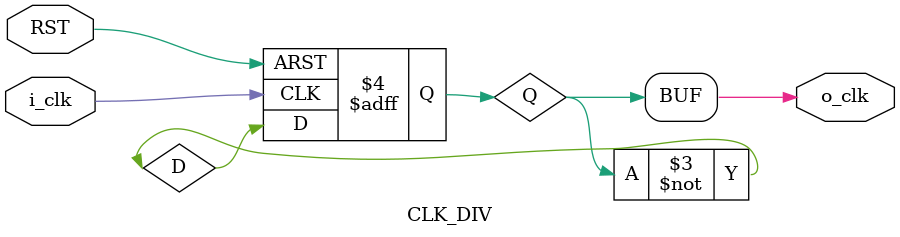
<source format=v>
module CLK_DIV(input i_clk,
input RST,
output o_clk);
reg Q;
wire D;
always @(posedge i_clk or negedge RST)
 if(!RST)
  begin
	Q<=1'b0;
  end
  else
   begin
	Q<=D;
   end
assign D = ~Q;
assign o_clk = Q;
endmodule
</source>
